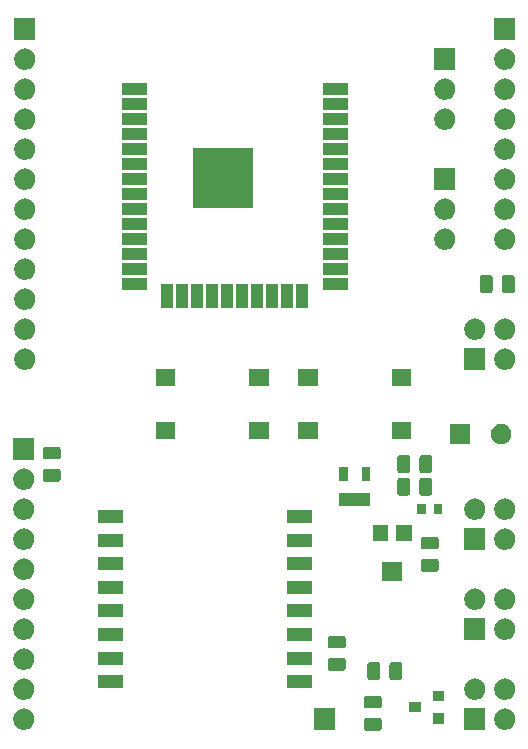
<source format=gbr>
G04 #@! TF.GenerationSoftware,KiCad,Pcbnew,5.1.5*
G04 #@! TF.CreationDate,2020-02-16T17:08:25+01:00*
G04 #@! TF.ProjectId,feuchtraumabzweigdose,66657563-6874-4726-9175-6d61627a7765,rev?*
G04 #@! TF.SameCoordinates,Original*
G04 #@! TF.FileFunction,Soldermask,Top*
G04 #@! TF.FilePolarity,Negative*
%FSLAX46Y46*%
G04 Gerber Fmt 4.6, Leading zero omitted, Abs format (unit mm)*
G04 Created by KiCad (PCBNEW 5.1.5) date 2020-02-16 17:08:25*
%MOMM*%
%LPD*%
G04 APERTURE LIST*
%ADD10C,0.100000*%
G04 APERTURE END LIST*
D10*
G36*
X162128468Y-111655565D02*
G01*
X162167138Y-111667296D01*
X162202777Y-111686346D01*
X162234017Y-111711983D01*
X162259654Y-111743223D01*
X162278704Y-111778862D01*
X162290435Y-111817532D01*
X162295000Y-111863888D01*
X162295000Y-112515112D01*
X162290435Y-112561468D01*
X162278704Y-112600138D01*
X162259654Y-112635777D01*
X162234017Y-112667017D01*
X162202777Y-112692654D01*
X162167138Y-112711704D01*
X162128468Y-112723435D01*
X162082112Y-112728000D01*
X161005888Y-112728000D01*
X160959532Y-112723435D01*
X160920862Y-112711704D01*
X160885223Y-112692654D01*
X160853983Y-112667017D01*
X160828346Y-112635777D01*
X160809296Y-112600138D01*
X160797565Y-112561468D01*
X160793000Y-112515112D01*
X160793000Y-111863888D01*
X160797565Y-111817532D01*
X160809296Y-111778862D01*
X160828346Y-111743223D01*
X160853983Y-111711983D01*
X160885223Y-111686346D01*
X160920862Y-111667296D01*
X160959532Y-111655565D01*
X161005888Y-111651000D01*
X162082112Y-111651000D01*
X162128468Y-111655565D01*
G37*
G36*
X172833512Y-110863927D02*
G01*
X172982812Y-110893624D01*
X173146784Y-110961544D01*
X173294354Y-111060147D01*
X173419853Y-111185646D01*
X173518456Y-111333216D01*
X173586376Y-111497188D01*
X173616073Y-111646488D01*
X173618000Y-111656174D01*
X173621000Y-111671259D01*
X173621000Y-111848741D01*
X173586376Y-112022812D01*
X173518456Y-112186784D01*
X173419853Y-112334354D01*
X173294354Y-112459853D01*
X173146784Y-112558456D01*
X172982812Y-112626376D01*
X172833512Y-112656073D01*
X172808742Y-112661000D01*
X172631258Y-112661000D01*
X172606488Y-112656073D01*
X172457188Y-112626376D01*
X172293216Y-112558456D01*
X172145646Y-112459853D01*
X172020147Y-112334354D01*
X171921544Y-112186784D01*
X171853624Y-112022812D01*
X171819000Y-111848741D01*
X171819000Y-111671259D01*
X171822001Y-111656174D01*
X171823927Y-111646488D01*
X171853624Y-111497188D01*
X171921544Y-111333216D01*
X172020147Y-111185646D01*
X172145646Y-111060147D01*
X172293216Y-110961544D01*
X172457188Y-110893624D01*
X172606488Y-110863927D01*
X172631258Y-110859000D01*
X172808742Y-110859000D01*
X172833512Y-110863927D01*
G37*
G36*
X132113512Y-110863927D02*
G01*
X132262812Y-110893624D01*
X132426784Y-110961544D01*
X132574354Y-111060147D01*
X132699853Y-111185646D01*
X132798456Y-111333216D01*
X132866376Y-111497188D01*
X132896073Y-111646488D01*
X132898000Y-111656174D01*
X132901000Y-111671259D01*
X132901000Y-111848741D01*
X132866376Y-112022812D01*
X132798456Y-112186784D01*
X132699853Y-112334354D01*
X132574354Y-112459853D01*
X132426784Y-112558456D01*
X132262812Y-112626376D01*
X132113512Y-112656073D01*
X132088742Y-112661000D01*
X131911258Y-112661000D01*
X131886488Y-112656073D01*
X131737188Y-112626376D01*
X131573216Y-112558456D01*
X131425646Y-112459853D01*
X131300147Y-112334354D01*
X131201544Y-112186784D01*
X131133624Y-112022812D01*
X131099000Y-111848741D01*
X131099000Y-111671259D01*
X131102001Y-111656174D01*
X131103927Y-111646488D01*
X131133624Y-111497188D01*
X131201544Y-111333216D01*
X131300147Y-111185646D01*
X131425646Y-111060147D01*
X131573216Y-110961544D01*
X131737188Y-110893624D01*
X131886488Y-110863927D01*
X131911258Y-110859000D01*
X132088742Y-110859000D01*
X132113512Y-110863927D01*
G37*
G36*
X158381000Y-112661000D02*
G01*
X156579000Y-112661000D01*
X156579000Y-110859000D01*
X158381000Y-110859000D01*
X158381000Y-112661000D01*
G37*
G36*
X171081000Y-112661000D02*
G01*
X169279000Y-112661000D01*
X169279000Y-110859000D01*
X171081000Y-110859000D01*
X171081000Y-112661000D01*
G37*
G36*
X167617000Y-112145000D02*
G01*
X166615000Y-112145000D01*
X166615000Y-111243000D01*
X167617000Y-111243000D01*
X167617000Y-112145000D01*
G37*
G36*
X165617000Y-111195000D02*
G01*
X164615000Y-111195000D01*
X164615000Y-110293000D01*
X165617000Y-110293000D01*
X165617000Y-111195000D01*
G37*
G36*
X162128468Y-109780565D02*
G01*
X162167138Y-109792296D01*
X162202777Y-109811346D01*
X162234017Y-109836983D01*
X162259654Y-109868223D01*
X162278704Y-109903862D01*
X162290435Y-109942532D01*
X162295000Y-109988888D01*
X162295000Y-110640112D01*
X162290435Y-110686468D01*
X162278704Y-110725138D01*
X162259654Y-110760777D01*
X162234017Y-110792017D01*
X162202777Y-110817654D01*
X162167138Y-110836704D01*
X162128468Y-110848435D01*
X162082112Y-110853000D01*
X161005888Y-110853000D01*
X160959532Y-110848435D01*
X160920862Y-110836704D01*
X160885223Y-110817654D01*
X160853983Y-110792017D01*
X160828346Y-110760777D01*
X160809296Y-110725138D01*
X160797565Y-110686468D01*
X160793000Y-110640112D01*
X160793000Y-109988888D01*
X160797565Y-109942532D01*
X160809296Y-109903862D01*
X160828346Y-109868223D01*
X160853983Y-109836983D01*
X160885223Y-109811346D01*
X160920862Y-109792296D01*
X160959532Y-109780565D01*
X161005888Y-109776000D01*
X162082112Y-109776000D01*
X162128468Y-109780565D01*
G37*
G36*
X167617000Y-110245000D02*
G01*
X166615000Y-110245000D01*
X166615000Y-109343000D01*
X167617000Y-109343000D01*
X167617000Y-110245000D01*
G37*
G36*
X172833512Y-108323927D02*
G01*
X172982812Y-108353624D01*
X173146784Y-108421544D01*
X173294354Y-108520147D01*
X173419853Y-108645646D01*
X173518456Y-108793216D01*
X173586376Y-108957188D01*
X173621000Y-109131259D01*
X173621000Y-109308741D01*
X173586376Y-109482812D01*
X173518456Y-109646784D01*
X173419853Y-109794354D01*
X173294354Y-109919853D01*
X173146784Y-110018456D01*
X172982812Y-110086376D01*
X172833512Y-110116073D01*
X172808742Y-110121000D01*
X172631258Y-110121000D01*
X172606488Y-110116073D01*
X172457188Y-110086376D01*
X172293216Y-110018456D01*
X172145646Y-109919853D01*
X172020147Y-109794354D01*
X171921544Y-109646784D01*
X171853624Y-109482812D01*
X171819000Y-109308741D01*
X171819000Y-109131259D01*
X171853624Y-108957188D01*
X171921544Y-108793216D01*
X172020147Y-108645646D01*
X172145646Y-108520147D01*
X172293216Y-108421544D01*
X172457188Y-108353624D01*
X172606488Y-108323927D01*
X172631258Y-108319000D01*
X172808742Y-108319000D01*
X172833512Y-108323927D01*
G37*
G36*
X170293512Y-108323927D02*
G01*
X170442812Y-108353624D01*
X170606784Y-108421544D01*
X170754354Y-108520147D01*
X170879853Y-108645646D01*
X170978456Y-108793216D01*
X171046376Y-108957188D01*
X171081000Y-109131259D01*
X171081000Y-109308741D01*
X171046376Y-109482812D01*
X170978456Y-109646784D01*
X170879853Y-109794354D01*
X170754354Y-109919853D01*
X170606784Y-110018456D01*
X170442812Y-110086376D01*
X170293512Y-110116073D01*
X170268742Y-110121000D01*
X170091258Y-110121000D01*
X170066488Y-110116073D01*
X169917188Y-110086376D01*
X169753216Y-110018456D01*
X169605646Y-109919853D01*
X169480147Y-109794354D01*
X169381544Y-109646784D01*
X169313624Y-109482812D01*
X169279000Y-109308741D01*
X169279000Y-109131259D01*
X169313624Y-108957188D01*
X169381544Y-108793216D01*
X169480147Y-108645646D01*
X169605646Y-108520147D01*
X169753216Y-108421544D01*
X169917188Y-108353624D01*
X170066488Y-108323927D01*
X170091258Y-108319000D01*
X170268742Y-108319000D01*
X170293512Y-108323927D01*
G37*
G36*
X132113512Y-108323927D02*
G01*
X132262812Y-108353624D01*
X132426784Y-108421544D01*
X132574354Y-108520147D01*
X132699853Y-108645646D01*
X132798456Y-108793216D01*
X132866376Y-108957188D01*
X132901000Y-109131259D01*
X132901000Y-109308741D01*
X132866376Y-109482812D01*
X132798456Y-109646784D01*
X132699853Y-109794354D01*
X132574354Y-109919853D01*
X132426784Y-110018456D01*
X132262812Y-110086376D01*
X132113512Y-110116073D01*
X132088742Y-110121000D01*
X131911258Y-110121000D01*
X131886488Y-110116073D01*
X131737188Y-110086376D01*
X131573216Y-110018456D01*
X131425646Y-109919853D01*
X131300147Y-109794354D01*
X131201544Y-109646784D01*
X131133624Y-109482812D01*
X131099000Y-109308741D01*
X131099000Y-109131259D01*
X131133624Y-108957188D01*
X131201544Y-108793216D01*
X131300147Y-108645646D01*
X131425646Y-108520147D01*
X131573216Y-108421544D01*
X131737188Y-108353624D01*
X131886488Y-108323927D01*
X131911258Y-108319000D01*
X132088742Y-108319000D01*
X132113512Y-108323927D01*
G37*
G36*
X140371000Y-109151000D02*
G01*
X138269000Y-109151000D01*
X138269000Y-108049000D01*
X140371000Y-108049000D01*
X140371000Y-109151000D01*
G37*
G36*
X156371000Y-109151000D02*
G01*
X154269000Y-109151000D01*
X154269000Y-108049000D01*
X156371000Y-108049000D01*
X156371000Y-109151000D01*
G37*
G36*
X163869468Y-106949565D02*
G01*
X163908138Y-106961296D01*
X163943777Y-106980346D01*
X163975017Y-107005983D01*
X164000654Y-107037223D01*
X164019704Y-107072862D01*
X164031435Y-107111532D01*
X164036000Y-107157888D01*
X164036000Y-108234112D01*
X164031435Y-108280468D01*
X164019704Y-108319138D01*
X164000654Y-108354777D01*
X163975017Y-108386017D01*
X163943777Y-108411654D01*
X163908138Y-108430704D01*
X163869468Y-108442435D01*
X163823112Y-108447000D01*
X163171888Y-108447000D01*
X163125532Y-108442435D01*
X163086862Y-108430704D01*
X163051223Y-108411654D01*
X163019983Y-108386017D01*
X162994346Y-108354777D01*
X162975296Y-108319138D01*
X162963565Y-108280468D01*
X162959000Y-108234112D01*
X162959000Y-107157888D01*
X162963565Y-107111532D01*
X162975296Y-107072862D01*
X162994346Y-107037223D01*
X163019983Y-107005983D01*
X163051223Y-106980346D01*
X163086862Y-106961296D01*
X163125532Y-106949565D01*
X163171888Y-106945000D01*
X163823112Y-106945000D01*
X163869468Y-106949565D01*
G37*
G36*
X161994468Y-106949565D02*
G01*
X162033138Y-106961296D01*
X162068777Y-106980346D01*
X162100017Y-107005983D01*
X162125654Y-107037223D01*
X162144704Y-107072862D01*
X162156435Y-107111532D01*
X162161000Y-107157888D01*
X162161000Y-108234112D01*
X162156435Y-108280468D01*
X162144704Y-108319138D01*
X162125654Y-108354777D01*
X162100017Y-108386017D01*
X162068777Y-108411654D01*
X162033138Y-108430704D01*
X161994468Y-108442435D01*
X161948112Y-108447000D01*
X161296888Y-108447000D01*
X161250532Y-108442435D01*
X161211862Y-108430704D01*
X161176223Y-108411654D01*
X161144983Y-108386017D01*
X161119346Y-108354777D01*
X161100296Y-108319138D01*
X161088565Y-108280468D01*
X161084000Y-108234112D01*
X161084000Y-107157888D01*
X161088565Y-107111532D01*
X161100296Y-107072862D01*
X161119346Y-107037223D01*
X161144983Y-107005983D01*
X161176223Y-106980346D01*
X161211862Y-106961296D01*
X161250532Y-106949565D01*
X161296888Y-106945000D01*
X161948112Y-106945000D01*
X161994468Y-106949565D01*
G37*
G36*
X159080468Y-106575565D02*
G01*
X159119138Y-106587296D01*
X159154777Y-106606346D01*
X159186017Y-106631983D01*
X159211654Y-106663223D01*
X159230704Y-106698862D01*
X159242435Y-106737532D01*
X159247000Y-106783888D01*
X159247000Y-107435112D01*
X159242435Y-107481468D01*
X159230704Y-107520138D01*
X159211654Y-107555777D01*
X159186017Y-107587017D01*
X159154777Y-107612654D01*
X159119138Y-107631704D01*
X159080468Y-107643435D01*
X159034112Y-107648000D01*
X157957888Y-107648000D01*
X157911532Y-107643435D01*
X157872862Y-107631704D01*
X157837223Y-107612654D01*
X157805983Y-107587017D01*
X157780346Y-107555777D01*
X157761296Y-107520138D01*
X157749565Y-107481468D01*
X157745000Y-107435112D01*
X157745000Y-106783888D01*
X157749565Y-106737532D01*
X157761296Y-106698862D01*
X157780346Y-106663223D01*
X157805983Y-106631983D01*
X157837223Y-106606346D01*
X157872862Y-106587296D01*
X157911532Y-106575565D01*
X157957888Y-106571000D01*
X159034112Y-106571000D01*
X159080468Y-106575565D01*
G37*
G36*
X132113512Y-105783927D02*
G01*
X132262812Y-105813624D01*
X132426784Y-105881544D01*
X132574354Y-105980147D01*
X132699853Y-106105646D01*
X132798456Y-106253216D01*
X132866376Y-106417188D01*
X132896073Y-106566488D01*
X132898000Y-106576174D01*
X132901000Y-106591259D01*
X132901000Y-106768741D01*
X132866376Y-106942812D01*
X132798456Y-107106784D01*
X132699853Y-107254354D01*
X132574354Y-107379853D01*
X132426784Y-107478456D01*
X132262812Y-107546376D01*
X132113512Y-107576073D01*
X132088742Y-107581000D01*
X131911258Y-107581000D01*
X131886488Y-107576073D01*
X131737188Y-107546376D01*
X131573216Y-107478456D01*
X131425646Y-107379853D01*
X131300147Y-107254354D01*
X131201544Y-107106784D01*
X131133624Y-106942812D01*
X131099000Y-106768741D01*
X131099000Y-106591259D01*
X131102001Y-106576174D01*
X131103927Y-106566488D01*
X131133624Y-106417188D01*
X131201544Y-106253216D01*
X131300147Y-106105646D01*
X131425646Y-105980147D01*
X131573216Y-105881544D01*
X131737188Y-105813624D01*
X131886488Y-105783927D01*
X131911258Y-105779000D01*
X132088742Y-105779000D01*
X132113512Y-105783927D01*
G37*
G36*
X156371000Y-107151000D02*
G01*
X154269000Y-107151000D01*
X154269000Y-106049000D01*
X156371000Y-106049000D01*
X156371000Y-107151000D01*
G37*
G36*
X140371000Y-107151000D02*
G01*
X138269000Y-107151000D01*
X138269000Y-106049000D01*
X140371000Y-106049000D01*
X140371000Y-107151000D01*
G37*
G36*
X159080468Y-104700565D02*
G01*
X159119138Y-104712296D01*
X159154777Y-104731346D01*
X159186017Y-104756983D01*
X159211654Y-104788223D01*
X159230704Y-104823862D01*
X159242435Y-104862532D01*
X159247000Y-104908888D01*
X159247000Y-105560112D01*
X159242435Y-105606468D01*
X159230704Y-105645138D01*
X159211654Y-105680777D01*
X159186017Y-105712017D01*
X159154777Y-105737654D01*
X159119138Y-105756704D01*
X159080468Y-105768435D01*
X159034112Y-105773000D01*
X157957888Y-105773000D01*
X157911532Y-105768435D01*
X157872862Y-105756704D01*
X157837223Y-105737654D01*
X157805983Y-105712017D01*
X157780346Y-105680777D01*
X157761296Y-105645138D01*
X157749565Y-105606468D01*
X157745000Y-105560112D01*
X157745000Y-104908888D01*
X157749565Y-104862532D01*
X157761296Y-104823862D01*
X157780346Y-104788223D01*
X157805983Y-104756983D01*
X157837223Y-104731346D01*
X157872862Y-104712296D01*
X157911532Y-104700565D01*
X157957888Y-104696000D01*
X159034112Y-104696000D01*
X159080468Y-104700565D01*
G37*
G36*
X156371000Y-105151000D02*
G01*
X154269000Y-105151000D01*
X154269000Y-104049000D01*
X156371000Y-104049000D01*
X156371000Y-105151000D01*
G37*
G36*
X140371000Y-105151000D02*
G01*
X138269000Y-105151000D01*
X138269000Y-104049000D01*
X140371000Y-104049000D01*
X140371000Y-105151000D01*
G37*
G36*
X171081000Y-105041000D02*
G01*
X169279000Y-105041000D01*
X169279000Y-103239000D01*
X171081000Y-103239000D01*
X171081000Y-105041000D01*
G37*
G36*
X132113512Y-103243927D02*
G01*
X132262812Y-103273624D01*
X132426784Y-103341544D01*
X132574354Y-103440147D01*
X132699853Y-103565646D01*
X132798456Y-103713216D01*
X132866376Y-103877188D01*
X132901000Y-104051259D01*
X132901000Y-104228741D01*
X132866376Y-104402812D01*
X132798456Y-104566784D01*
X132699853Y-104714354D01*
X132574354Y-104839853D01*
X132426784Y-104938456D01*
X132262812Y-105006376D01*
X132113512Y-105036073D01*
X132088742Y-105041000D01*
X131911258Y-105041000D01*
X131886488Y-105036073D01*
X131737188Y-105006376D01*
X131573216Y-104938456D01*
X131425646Y-104839853D01*
X131300147Y-104714354D01*
X131201544Y-104566784D01*
X131133624Y-104402812D01*
X131099000Y-104228741D01*
X131099000Y-104051259D01*
X131133624Y-103877188D01*
X131201544Y-103713216D01*
X131300147Y-103565646D01*
X131425646Y-103440147D01*
X131573216Y-103341544D01*
X131737188Y-103273624D01*
X131886488Y-103243927D01*
X131911258Y-103239000D01*
X132088742Y-103239000D01*
X132113512Y-103243927D01*
G37*
G36*
X172833512Y-103243927D02*
G01*
X172982812Y-103273624D01*
X173146784Y-103341544D01*
X173294354Y-103440147D01*
X173419853Y-103565646D01*
X173518456Y-103713216D01*
X173586376Y-103877188D01*
X173621000Y-104051259D01*
X173621000Y-104228741D01*
X173586376Y-104402812D01*
X173518456Y-104566784D01*
X173419853Y-104714354D01*
X173294354Y-104839853D01*
X173146784Y-104938456D01*
X172982812Y-105006376D01*
X172833512Y-105036073D01*
X172808742Y-105041000D01*
X172631258Y-105041000D01*
X172606488Y-105036073D01*
X172457188Y-105006376D01*
X172293216Y-104938456D01*
X172145646Y-104839853D01*
X172020147Y-104714354D01*
X171921544Y-104566784D01*
X171853624Y-104402812D01*
X171819000Y-104228741D01*
X171819000Y-104051259D01*
X171853624Y-103877188D01*
X171921544Y-103713216D01*
X172020147Y-103565646D01*
X172145646Y-103440147D01*
X172293216Y-103341544D01*
X172457188Y-103273624D01*
X172606488Y-103243927D01*
X172631258Y-103239000D01*
X172808742Y-103239000D01*
X172833512Y-103243927D01*
G37*
G36*
X140371000Y-103151000D02*
G01*
X138269000Y-103151000D01*
X138269000Y-102049000D01*
X140371000Y-102049000D01*
X140371000Y-103151000D01*
G37*
G36*
X156371000Y-103151000D02*
G01*
X154269000Y-103151000D01*
X154269000Y-102049000D01*
X156371000Y-102049000D01*
X156371000Y-103151000D01*
G37*
G36*
X172833512Y-100703927D02*
G01*
X172982812Y-100733624D01*
X173146784Y-100801544D01*
X173294354Y-100900147D01*
X173419853Y-101025646D01*
X173518456Y-101173216D01*
X173586376Y-101337188D01*
X173621000Y-101511259D01*
X173621000Y-101688741D01*
X173586376Y-101862812D01*
X173518456Y-102026784D01*
X173419853Y-102174354D01*
X173294354Y-102299853D01*
X173146784Y-102398456D01*
X172982812Y-102466376D01*
X172833512Y-102496073D01*
X172808742Y-102501000D01*
X172631258Y-102501000D01*
X172606488Y-102496073D01*
X172457188Y-102466376D01*
X172293216Y-102398456D01*
X172145646Y-102299853D01*
X172020147Y-102174354D01*
X171921544Y-102026784D01*
X171853624Y-101862812D01*
X171819000Y-101688741D01*
X171819000Y-101511259D01*
X171853624Y-101337188D01*
X171921544Y-101173216D01*
X172020147Y-101025646D01*
X172145646Y-100900147D01*
X172293216Y-100801544D01*
X172457188Y-100733624D01*
X172606488Y-100703927D01*
X172631258Y-100699000D01*
X172808742Y-100699000D01*
X172833512Y-100703927D01*
G37*
G36*
X170293512Y-100703927D02*
G01*
X170442812Y-100733624D01*
X170606784Y-100801544D01*
X170754354Y-100900147D01*
X170879853Y-101025646D01*
X170978456Y-101173216D01*
X171046376Y-101337188D01*
X171081000Y-101511259D01*
X171081000Y-101688741D01*
X171046376Y-101862812D01*
X170978456Y-102026784D01*
X170879853Y-102174354D01*
X170754354Y-102299853D01*
X170606784Y-102398456D01*
X170442812Y-102466376D01*
X170293512Y-102496073D01*
X170268742Y-102501000D01*
X170091258Y-102501000D01*
X170066488Y-102496073D01*
X169917188Y-102466376D01*
X169753216Y-102398456D01*
X169605646Y-102299853D01*
X169480147Y-102174354D01*
X169381544Y-102026784D01*
X169313624Y-101862812D01*
X169279000Y-101688741D01*
X169279000Y-101511259D01*
X169313624Y-101337188D01*
X169381544Y-101173216D01*
X169480147Y-101025646D01*
X169605646Y-100900147D01*
X169753216Y-100801544D01*
X169917188Y-100733624D01*
X170066488Y-100703927D01*
X170091258Y-100699000D01*
X170268742Y-100699000D01*
X170293512Y-100703927D01*
G37*
G36*
X132113512Y-100703927D02*
G01*
X132262812Y-100733624D01*
X132426784Y-100801544D01*
X132574354Y-100900147D01*
X132699853Y-101025646D01*
X132798456Y-101173216D01*
X132866376Y-101337188D01*
X132901000Y-101511259D01*
X132901000Y-101688741D01*
X132866376Y-101862812D01*
X132798456Y-102026784D01*
X132699853Y-102174354D01*
X132574354Y-102299853D01*
X132426784Y-102398456D01*
X132262812Y-102466376D01*
X132113512Y-102496073D01*
X132088742Y-102501000D01*
X131911258Y-102501000D01*
X131886488Y-102496073D01*
X131737188Y-102466376D01*
X131573216Y-102398456D01*
X131425646Y-102299853D01*
X131300147Y-102174354D01*
X131201544Y-102026784D01*
X131133624Y-101862812D01*
X131099000Y-101688741D01*
X131099000Y-101511259D01*
X131133624Y-101337188D01*
X131201544Y-101173216D01*
X131300147Y-101025646D01*
X131425646Y-100900147D01*
X131573216Y-100801544D01*
X131737188Y-100733624D01*
X131886488Y-100703927D01*
X131911258Y-100699000D01*
X132088742Y-100699000D01*
X132113512Y-100703927D01*
G37*
G36*
X140371000Y-101151000D02*
G01*
X138269000Y-101151000D01*
X138269000Y-100049000D01*
X140371000Y-100049000D01*
X140371000Y-101151000D01*
G37*
G36*
X156371000Y-101151000D02*
G01*
X154269000Y-101151000D01*
X154269000Y-100049000D01*
X156371000Y-100049000D01*
X156371000Y-101151000D01*
G37*
G36*
X164046000Y-100041000D02*
G01*
X162344000Y-100041000D01*
X162344000Y-98439000D01*
X164046000Y-98439000D01*
X164046000Y-100041000D01*
G37*
G36*
X132113512Y-98163927D02*
G01*
X132262812Y-98193624D01*
X132426784Y-98261544D01*
X132574354Y-98360147D01*
X132699853Y-98485646D01*
X132798456Y-98633216D01*
X132866376Y-98797188D01*
X132901000Y-98971259D01*
X132901000Y-99148741D01*
X132866376Y-99322812D01*
X132798456Y-99486784D01*
X132699853Y-99634354D01*
X132574354Y-99759853D01*
X132426784Y-99858456D01*
X132262812Y-99926376D01*
X132113512Y-99956073D01*
X132088742Y-99961000D01*
X131911258Y-99961000D01*
X131886488Y-99956073D01*
X131737188Y-99926376D01*
X131573216Y-99858456D01*
X131425646Y-99759853D01*
X131300147Y-99634354D01*
X131201544Y-99486784D01*
X131133624Y-99322812D01*
X131099000Y-99148741D01*
X131099000Y-98971259D01*
X131133624Y-98797188D01*
X131201544Y-98633216D01*
X131300147Y-98485646D01*
X131425646Y-98360147D01*
X131573216Y-98261544D01*
X131737188Y-98193624D01*
X131886488Y-98163927D01*
X131911258Y-98159000D01*
X132088742Y-98159000D01*
X132113512Y-98163927D01*
G37*
G36*
X166954468Y-98193565D02*
G01*
X166993138Y-98205296D01*
X167028777Y-98224346D01*
X167060017Y-98249983D01*
X167085654Y-98281223D01*
X167104704Y-98316862D01*
X167116435Y-98355532D01*
X167121000Y-98401888D01*
X167121000Y-99053112D01*
X167116435Y-99099468D01*
X167104704Y-99138138D01*
X167085654Y-99173777D01*
X167060017Y-99205017D01*
X167028777Y-99230654D01*
X166993138Y-99249704D01*
X166954468Y-99261435D01*
X166908112Y-99266000D01*
X165831888Y-99266000D01*
X165785532Y-99261435D01*
X165746862Y-99249704D01*
X165711223Y-99230654D01*
X165679983Y-99205017D01*
X165654346Y-99173777D01*
X165635296Y-99138138D01*
X165623565Y-99099468D01*
X165619000Y-99053112D01*
X165619000Y-98401888D01*
X165623565Y-98355532D01*
X165635296Y-98316862D01*
X165654346Y-98281223D01*
X165679983Y-98249983D01*
X165711223Y-98224346D01*
X165746862Y-98205296D01*
X165785532Y-98193565D01*
X165831888Y-98189000D01*
X166908112Y-98189000D01*
X166954468Y-98193565D01*
G37*
G36*
X140371000Y-99151000D02*
G01*
X138269000Y-99151000D01*
X138269000Y-98049000D01*
X140371000Y-98049000D01*
X140371000Y-99151000D01*
G37*
G36*
X156371000Y-99151000D02*
G01*
X154269000Y-99151000D01*
X154269000Y-98049000D01*
X156371000Y-98049000D01*
X156371000Y-99151000D01*
G37*
G36*
X172833512Y-95623927D02*
G01*
X172982812Y-95653624D01*
X173146784Y-95721544D01*
X173294354Y-95820147D01*
X173419853Y-95945646D01*
X173518456Y-96093216D01*
X173586376Y-96257188D01*
X173621000Y-96431259D01*
X173621000Y-96608741D01*
X173586376Y-96782812D01*
X173518456Y-96946784D01*
X173419853Y-97094354D01*
X173294354Y-97219853D01*
X173146784Y-97318456D01*
X172982812Y-97386376D01*
X172833512Y-97416073D01*
X172808742Y-97421000D01*
X172631258Y-97421000D01*
X172606488Y-97416073D01*
X172457188Y-97386376D01*
X172293216Y-97318456D01*
X172145646Y-97219853D01*
X172020147Y-97094354D01*
X171921544Y-96946784D01*
X171853624Y-96782812D01*
X171819000Y-96608741D01*
X171819000Y-96431259D01*
X171853624Y-96257188D01*
X171921544Y-96093216D01*
X172020147Y-95945646D01*
X172145646Y-95820147D01*
X172293216Y-95721544D01*
X172457188Y-95653624D01*
X172606488Y-95623927D01*
X172631258Y-95619000D01*
X172808742Y-95619000D01*
X172833512Y-95623927D01*
G37*
G36*
X171081000Y-97421000D02*
G01*
X169279000Y-97421000D01*
X169279000Y-95619000D01*
X171081000Y-95619000D01*
X171081000Y-97421000D01*
G37*
G36*
X132113512Y-95623927D02*
G01*
X132262812Y-95653624D01*
X132426784Y-95721544D01*
X132574354Y-95820147D01*
X132699853Y-95945646D01*
X132798456Y-96093216D01*
X132866376Y-96257188D01*
X132901000Y-96431259D01*
X132901000Y-96608741D01*
X132866376Y-96782812D01*
X132798456Y-96946784D01*
X132699853Y-97094354D01*
X132574354Y-97219853D01*
X132426784Y-97318456D01*
X132262812Y-97386376D01*
X132113512Y-97416073D01*
X132088742Y-97421000D01*
X131911258Y-97421000D01*
X131886488Y-97416073D01*
X131737188Y-97386376D01*
X131573216Y-97318456D01*
X131425646Y-97219853D01*
X131300147Y-97094354D01*
X131201544Y-96946784D01*
X131133624Y-96782812D01*
X131099000Y-96608741D01*
X131099000Y-96431259D01*
X131133624Y-96257188D01*
X131201544Y-96093216D01*
X131300147Y-95945646D01*
X131425646Y-95820147D01*
X131573216Y-95721544D01*
X131737188Y-95653624D01*
X131886488Y-95623927D01*
X131911258Y-95619000D01*
X132088742Y-95619000D01*
X132113512Y-95623927D01*
G37*
G36*
X166954468Y-96318565D02*
G01*
X166993138Y-96330296D01*
X167028777Y-96349346D01*
X167060017Y-96374983D01*
X167085654Y-96406223D01*
X167104704Y-96441862D01*
X167116435Y-96480532D01*
X167121000Y-96526888D01*
X167121000Y-97178112D01*
X167116435Y-97224468D01*
X167104704Y-97263138D01*
X167085654Y-97298777D01*
X167060017Y-97330017D01*
X167028777Y-97355654D01*
X166993138Y-97374704D01*
X166954468Y-97386435D01*
X166908112Y-97391000D01*
X165831888Y-97391000D01*
X165785532Y-97386435D01*
X165746862Y-97374704D01*
X165711223Y-97355654D01*
X165679983Y-97330017D01*
X165654346Y-97298777D01*
X165635296Y-97263138D01*
X165623565Y-97224468D01*
X165619000Y-97178112D01*
X165619000Y-96526888D01*
X165623565Y-96480532D01*
X165635296Y-96441862D01*
X165654346Y-96406223D01*
X165679983Y-96374983D01*
X165711223Y-96349346D01*
X165746862Y-96330296D01*
X165785532Y-96318565D01*
X165831888Y-96314000D01*
X166908112Y-96314000D01*
X166954468Y-96318565D01*
G37*
G36*
X156371000Y-97151000D02*
G01*
X154269000Y-97151000D01*
X154269000Y-96049000D01*
X156371000Y-96049000D01*
X156371000Y-97151000D01*
G37*
G36*
X140371000Y-97151000D02*
G01*
X138269000Y-97151000D01*
X138269000Y-96049000D01*
X140371000Y-96049000D01*
X140371000Y-97151000D01*
G37*
G36*
X164846000Y-96641000D02*
G01*
X163544000Y-96641000D01*
X163544000Y-95339000D01*
X164846000Y-95339000D01*
X164846000Y-96641000D01*
G37*
G36*
X162846000Y-96641000D02*
G01*
X161544000Y-96641000D01*
X161544000Y-95339000D01*
X162846000Y-95339000D01*
X162846000Y-96641000D01*
G37*
G36*
X156371000Y-95151000D02*
G01*
X154269000Y-95151000D01*
X154269000Y-94049000D01*
X156371000Y-94049000D01*
X156371000Y-95151000D01*
G37*
G36*
X140371000Y-95151000D02*
G01*
X138269000Y-95151000D01*
X138269000Y-94049000D01*
X140371000Y-94049000D01*
X140371000Y-95151000D01*
G37*
G36*
X132113512Y-93083927D02*
G01*
X132262812Y-93113624D01*
X132426784Y-93181544D01*
X132574354Y-93280147D01*
X132699853Y-93405646D01*
X132798456Y-93553216D01*
X132866376Y-93717188D01*
X132901000Y-93891259D01*
X132901000Y-94068741D01*
X132866376Y-94242812D01*
X132798456Y-94406784D01*
X132699853Y-94554354D01*
X132574354Y-94679853D01*
X132426784Y-94778456D01*
X132262812Y-94846376D01*
X132113512Y-94876073D01*
X132088742Y-94881000D01*
X131911258Y-94881000D01*
X131886488Y-94876073D01*
X131737188Y-94846376D01*
X131573216Y-94778456D01*
X131425646Y-94679853D01*
X131300147Y-94554354D01*
X131201544Y-94406784D01*
X131133624Y-94242812D01*
X131099000Y-94068741D01*
X131099000Y-93891259D01*
X131133624Y-93717188D01*
X131201544Y-93553216D01*
X131300147Y-93405646D01*
X131425646Y-93280147D01*
X131573216Y-93181544D01*
X131737188Y-93113624D01*
X131886488Y-93083927D01*
X131911258Y-93079000D01*
X132088742Y-93079000D01*
X132113512Y-93083927D01*
G37*
G36*
X170293512Y-93083927D02*
G01*
X170442812Y-93113624D01*
X170606784Y-93181544D01*
X170754354Y-93280147D01*
X170879853Y-93405646D01*
X170978456Y-93553216D01*
X171046376Y-93717188D01*
X171081000Y-93891259D01*
X171081000Y-94068741D01*
X171046376Y-94242812D01*
X170978456Y-94406784D01*
X170879853Y-94554354D01*
X170754354Y-94679853D01*
X170606784Y-94778456D01*
X170442812Y-94846376D01*
X170293512Y-94876073D01*
X170268742Y-94881000D01*
X170091258Y-94881000D01*
X170066488Y-94876073D01*
X169917188Y-94846376D01*
X169753216Y-94778456D01*
X169605646Y-94679853D01*
X169480147Y-94554354D01*
X169381544Y-94406784D01*
X169313624Y-94242812D01*
X169279000Y-94068741D01*
X169279000Y-93891259D01*
X169313624Y-93717188D01*
X169381544Y-93553216D01*
X169480147Y-93405646D01*
X169605646Y-93280147D01*
X169753216Y-93181544D01*
X169917188Y-93113624D01*
X170066488Y-93083927D01*
X170091258Y-93079000D01*
X170268742Y-93079000D01*
X170293512Y-93083927D01*
G37*
G36*
X172833512Y-93083927D02*
G01*
X172982812Y-93113624D01*
X173146784Y-93181544D01*
X173294354Y-93280147D01*
X173419853Y-93405646D01*
X173518456Y-93553216D01*
X173586376Y-93717188D01*
X173621000Y-93891259D01*
X173621000Y-94068741D01*
X173586376Y-94242812D01*
X173518456Y-94406784D01*
X173419853Y-94554354D01*
X173294354Y-94679853D01*
X173146784Y-94778456D01*
X172982812Y-94846376D01*
X172833512Y-94876073D01*
X172808742Y-94881000D01*
X172631258Y-94881000D01*
X172606488Y-94876073D01*
X172457188Y-94846376D01*
X172293216Y-94778456D01*
X172145646Y-94679853D01*
X172020147Y-94554354D01*
X171921544Y-94406784D01*
X171853624Y-94242812D01*
X171819000Y-94068741D01*
X171819000Y-93891259D01*
X171853624Y-93717188D01*
X171921544Y-93553216D01*
X172020147Y-93405646D01*
X172145646Y-93280147D01*
X172293216Y-93181544D01*
X172457188Y-93113624D01*
X172606488Y-93083927D01*
X172631258Y-93079000D01*
X172808742Y-93079000D01*
X172833512Y-93083927D01*
G37*
G36*
X167421000Y-94381000D02*
G01*
X166719000Y-94381000D01*
X166719000Y-93579000D01*
X167421000Y-93579000D01*
X167421000Y-94381000D01*
G37*
G36*
X166021000Y-94381000D02*
G01*
X165319000Y-94381000D01*
X165319000Y-93579000D01*
X166021000Y-93579000D01*
X166021000Y-94381000D01*
G37*
G36*
X161346000Y-93756000D02*
G01*
X158694000Y-93756000D01*
X158694000Y-92594000D01*
X161346000Y-92594000D01*
X161346000Y-93756000D01*
G37*
G36*
X166409468Y-91328565D02*
G01*
X166448138Y-91340296D01*
X166483777Y-91359346D01*
X166515017Y-91384983D01*
X166540654Y-91416223D01*
X166559704Y-91451862D01*
X166571435Y-91490532D01*
X166576000Y-91536888D01*
X166576000Y-92613112D01*
X166571435Y-92659468D01*
X166559704Y-92698138D01*
X166540654Y-92733777D01*
X166515017Y-92765017D01*
X166483777Y-92790654D01*
X166448138Y-92809704D01*
X166409468Y-92821435D01*
X166363112Y-92826000D01*
X165711888Y-92826000D01*
X165665532Y-92821435D01*
X165626862Y-92809704D01*
X165591223Y-92790654D01*
X165559983Y-92765017D01*
X165534346Y-92733777D01*
X165515296Y-92698138D01*
X165503565Y-92659468D01*
X165499000Y-92613112D01*
X165499000Y-91536888D01*
X165503565Y-91490532D01*
X165515296Y-91451862D01*
X165534346Y-91416223D01*
X165559983Y-91384983D01*
X165591223Y-91359346D01*
X165626862Y-91340296D01*
X165665532Y-91328565D01*
X165711888Y-91324000D01*
X166363112Y-91324000D01*
X166409468Y-91328565D01*
G37*
G36*
X164534468Y-91328565D02*
G01*
X164573138Y-91340296D01*
X164608777Y-91359346D01*
X164640017Y-91384983D01*
X164665654Y-91416223D01*
X164684704Y-91451862D01*
X164696435Y-91490532D01*
X164701000Y-91536888D01*
X164701000Y-92613112D01*
X164696435Y-92659468D01*
X164684704Y-92698138D01*
X164665654Y-92733777D01*
X164640017Y-92765017D01*
X164608777Y-92790654D01*
X164573138Y-92809704D01*
X164534468Y-92821435D01*
X164488112Y-92826000D01*
X163836888Y-92826000D01*
X163790532Y-92821435D01*
X163751862Y-92809704D01*
X163716223Y-92790654D01*
X163684983Y-92765017D01*
X163659346Y-92733777D01*
X163640296Y-92698138D01*
X163628565Y-92659468D01*
X163624000Y-92613112D01*
X163624000Y-91536888D01*
X163628565Y-91490532D01*
X163640296Y-91451862D01*
X163659346Y-91416223D01*
X163684983Y-91384983D01*
X163716223Y-91359346D01*
X163751862Y-91340296D01*
X163790532Y-91328565D01*
X163836888Y-91324000D01*
X164488112Y-91324000D01*
X164534468Y-91328565D01*
G37*
G36*
X132113512Y-90543927D02*
G01*
X132262812Y-90573624D01*
X132426784Y-90641544D01*
X132574354Y-90740147D01*
X132699853Y-90865646D01*
X132798456Y-91013216D01*
X132866376Y-91177188D01*
X132901000Y-91351259D01*
X132901000Y-91528741D01*
X132866376Y-91702812D01*
X132798456Y-91866784D01*
X132699853Y-92014354D01*
X132574354Y-92139853D01*
X132426784Y-92238456D01*
X132262812Y-92306376D01*
X132113512Y-92336073D01*
X132088742Y-92341000D01*
X131911258Y-92341000D01*
X131886488Y-92336073D01*
X131737188Y-92306376D01*
X131573216Y-92238456D01*
X131425646Y-92139853D01*
X131300147Y-92014354D01*
X131201544Y-91866784D01*
X131133624Y-91702812D01*
X131099000Y-91528741D01*
X131099000Y-91351259D01*
X131133624Y-91177188D01*
X131201544Y-91013216D01*
X131300147Y-90865646D01*
X131425646Y-90740147D01*
X131573216Y-90641544D01*
X131737188Y-90573624D01*
X131886488Y-90543927D01*
X131911258Y-90539000D01*
X132088742Y-90539000D01*
X132113512Y-90543927D01*
G37*
G36*
X134950468Y-90573565D02*
G01*
X134989138Y-90585296D01*
X135024777Y-90604346D01*
X135056017Y-90629983D01*
X135081654Y-90661223D01*
X135100704Y-90696862D01*
X135112435Y-90735532D01*
X135117000Y-90781888D01*
X135117000Y-91433112D01*
X135112435Y-91479468D01*
X135100704Y-91518138D01*
X135081654Y-91553777D01*
X135056017Y-91585017D01*
X135024777Y-91610654D01*
X134989138Y-91629704D01*
X134950468Y-91641435D01*
X134904112Y-91646000D01*
X133827888Y-91646000D01*
X133781532Y-91641435D01*
X133742862Y-91629704D01*
X133707223Y-91610654D01*
X133675983Y-91585017D01*
X133650346Y-91553777D01*
X133631296Y-91518138D01*
X133619565Y-91479468D01*
X133615000Y-91433112D01*
X133615000Y-90781888D01*
X133619565Y-90735532D01*
X133631296Y-90696862D01*
X133650346Y-90661223D01*
X133675983Y-90629983D01*
X133707223Y-90604346D01*
X133742862Y-90585296D01*
X133781532Y-90573565D01*
X133827888Y-90569000D01*
X134904112Y-90569000D01*
X134950468Y-90573565D01*
G37*
G36*
X159446000Y-91556000D02*
G01*
X158694000Y-91556000D01*
X158694000Y-90394000D01*
X159446000Y-90394000D01*
X159446000Y-91556000D01*
G37*
G36*
X161346000Y-91556000D02*
G01*
X160594000Y-91556000D01*
X160594000Y-90394000D01*
X161346000Y-90394000D01*
X161346000Y-91556000D01*
G37*
G36*
X166409468Y-89423565D02*
G01*
X166448138Y-89435296D01*
X166483777Y-89454346D01*
X166515017Y-89479983D01*
X166540654Y-89511223D01*
X166559704Y-89546862D01*
X166571435Y-89585532D01*
X166576000Y-89631888D01*
X166576000Y-90708112D01*
X166571435Y-90754468D01*
X166559704Y-90793138D01*
X166540654Y-90828777D01*
X166515017Y-90860017D01*
X166483777Y-90885654D01*
X166448138Y-90904704D01*
X166409468Y-90916435D01*
X166363112Y-90921000D01*
X165711888Y-90921000D01*
X165665532Y-90916435D01*
X165626862Y-90904704D01*
X165591223Y-90885654D01*
X165559983Y-90860017D01*
X165534346Y-90828777D01*
X165515296Y-90793138D01*
X165503565Y-90754468D01*
X165499000Y-90708112D01*
X165499000Y-89631888D01*
X165503565Y-89585532D01*
X165515296Y-89546862D01*
X165534346Y-89511223D01*
X165559983Y-89479983D01*
X165591223Y-89454346D01*
X165626862Y-89435296D01*
X165665532Y-89423565D01*
X165711888Y-89419000D01*
X166363112Y-89419000D01*
X166409468Y-89423565D01*
G37*
G36*
X164534468Y-89423565D02*
G01*
X164573138Y-89435296D01*
X164608777Y-89454346D01*
X164640017Y-89479983D01*
X164665654Y-89511223D01*
X164684704Y-89546862D01*
X164696435Y-89585532D01*
X164701000Y-89631888D01*
X164701000Y-90708112D01*
X164696435Y-90754468D01*
X164684704Y-90793138D01*
X164665654Y-90828777D01*
X164640017Y-90860017D01*
X164608777Y-90885654D01*
X164573138Y-90904704D01*
X164534468Y-90916435D01*
X164488112Y-90921000D01*
X163836888Y-90921000D01*
X163790532Y-90916435D01*
X163751862Y-90904704D01*
X163716223Y-90885654D01*
X163684983Y-90860017D01*
X163659346Y-90828777D01*
X163640296Y-90793138D01*
X163628565Y-90754468D01*
X163624000Y-90708112D01*
X163624000Y-89631888D01*
X163628565Y-89585532D01*
X163640296Y-89546862D01*
X163659346Y-89511223D01*
X163684983Y-89479983D01*
X163716223Y-89454346D01*
X163751862Y-89435296D01*
X163790532Y-89423565D01*
X163836888Y-89419000D01*
X164488112Y-89419000D01*
X164534468Y-89423565D01*
G37*
G36*
X132901000Y-89801000D02*
G01*
X131099000Y-89801000D01*
X131099000Y-87999000D01*
X132901000Y-87999000D01*
X132901000Y-89801000D01*
G37*
G36*
X134950468Y-88698565D02*
G01*
X134989138Y-88710296D01*
X135024777Y-88729346D01*
X135056017Y-88754983D01*
X135081654Y-88786223D01*
X135100704Y-88821862D01*
X135112435Y-88860532D01*
X135117000Y-88906888D01*
X135117000Y-89558112D01*
X135112435Y-89604468D01*
X135100704Y-89643138D01*
X135081654Y-89678777D01*
X135056017Y-89710017D01*
X135024777Y-89735654D01*
X134989138Y-89754704D01*
X134950468Y-89766435D01*
X134904112Y-89771000D01*
X133827888Y-89771000D01*
X133781532Y-89766435D01*
X133742862Y-89754704D01*
X133707223Y-89735654D01*
X133675983Y-89710017D01*
X133650346Y-89678777D01*
X133631296Y-89643138D01*
X133619565Y-89604468D01*
X133615000Y-89558112D01*
X133615000Y-88906888D01*
X133619565Y-88860532D01*
X133631296Y-88821862D01*
X133650346Y-88786223D01*
X133675983Y-88754983D01*
X133707223Y-88729346D01*
X133742862Y-88710296D01*
X133781532Y-88698565D01*
X133827888Y-88694000D01*
X134904112Y-88694000D01*
X134950468Y-88698565D01*
G37*
G36*
X172658228Y-86811703D02*
G01*
X172813100Y-86875853D01*
X172952481Y-86968985D01*
X173071015Y-87087519D01*
X173164147Y-87226900D01*
X173228297Y-87381772D01*
X173261000Y-87546184D01*
X173261000Y-87713816D01*
X173228297Y-87878228D01*
X173164147Y-88033100D01*
X173071015Y-88172481D01*
X172952481Y-88291015D01*
X172813100Y-88384147D01*
X172658228Y-88448297D01*
X172493816Y-88481000D01*
X172326184Y-88481000D01*
X172161772Y-88448297D01*
X172006900Y-88384147D01*
X171867519Y-88291015D01*
X171748985Y-88172481D01*
X171655853Y-88033100D01*
X171591703Y-87878228D01*
X171559000Y-87713816D01*
X171559000Y-87546184D01*
X171591703Y-87381772D01*
X171655853Y-87226900D01*
X171748985Y-87087519D01*
X171867519Y-86968985D01*
X172006900Y-86875853D01*
X172161772Y-86811703D01*
X172326184Y-86779000D01*
X172493816Y-86779000D01*
X172658228Y-86811703D01*
G37*
G36*
X169761000Y-88481000D02*
G01*
X168059000Y-88481000D01*
X168059000Y-86779000D01*
X169761000Y-86779000D01*
X169761000Y-88481000D01*
G37*
G36*
X156871000Y-88041000D02*
G01*
X155219000Y-88041000D01*
X155219000Y-86639000D01*
X156871000Y-86639000D01*
X156871000Y-88041000D01*
G37*
G36*
X152756000Y-88041000D02*
G01*
X151104000Y-88041000D01*
X151104000Y-86639000D01*
X152756000Y-86639000D01*
X152756000Y-88041000D01*
G37*
G36*
X144806000Y-88041000D02*
G01*
X143154000Y-88041000D01*
X143154000Y-86639000D01*
X144806000Y-86639000D01*
X144806000Y-88041000D01*
G37*
G36*
X164821000Y-88041000D02*
G01*
X163169000Y-88041000D01*
X163169000Y-86639000D01*
X164821000Y-86639000D01*
X164821000Y-88041000D01*
G37*
G36*
X152756000Y-83541000D02*
G01*
X151104000Y-83541000D01*
X151104000Y-82139000D01*
X152756000Y-82139000D01*
X152756000Y-83541000D01*
G37*
G36*
X156871000Y-83541000D02*
G01*
X155219000Y-83541000D01*
X155219000Y-82139000D01*
X156871000Y-82139000D01*
X156871000Y-83541000D01*
G37*
G36*
X164821000Y-83541000D02*
G01*
X163169000Y-83541000D01*
X163169000Y-82139000D01*
X164821000Y-82139000D01*
X164821000Y-83541000D01*
G37*
G36*
X144806000Y-83541000D02*
G01*
X143154000Y-83541000D01*
X143154000Y-82139000D01*
X144806000Y-82139000D01*
X144806000Y-83541000D01*
G37*
G36*
X172833512Y-80383927D02*
G01*
X172982812Y-80413624D01*
X173146784Y-80481544D01*
X173294354Y-80580147D01*
X173419853Y-80705646D01*
X173518456Y-80853216D01*
X173586376Y-81017188D01*
X173621000Y-81191259D01*
X173621000Y-81368741D01*
X173586376Y-81542812D01*
X173518456Y-81706784D01*
X173419853Y-81854354D01*
X173294354Y-81979853D01*
X173146784Y-82078456D01*
X172982812Y-82146376D01*
X172833512Y-82176073D01*
X172808742Y-82181000D01*
X172631258Y-82181000D01*
X172606488Y-82176073D01*
X172457188Y-82146376D01*
X172293216Y-82078456D01*
X172145646Y-81979853D01*
X172020147Y-81854354D01*
X171921544Y-81706784D01*
X171853624Y-81542812D01*
X171819000Y-81368741D01*
X171819000Y-81191259D01*
X171853624Y-81017188D01*
X171921544Y-80853216D01*
X172020147Y-80705646D01*
X172145646Y-80580147D01*
X172293216Y-80481544D01*
X172457188Y-80413624D01*
X172606488Y-80383927D01*
X172631258Y-80379000D01*
X172808742Y-80379000D01*
X172833512Y-80383927D01*
G37*
G36*
X171081000Y-82181000D02*
G01*
X169279000Y-82181000D01*
X169279000Y-80379000D01*
X171081000Y-80379000D01*
X171081000Y-82181000D01*
G37*
G36*
X132193512Y-80383927D02*
G01*
X132342812Y-80413624D01*
X132506784Y-80481544D01*
X132654354Y-80580147D01*
X132779853Y-80705646D01*
X132878456Y-80853216D01*
X132946376Y-81017188D01*
X132981000Y-81191259D01*
X132981000Y-81368741D01*
X132946376Y-81542812D01*
X132878456Y-81706784D01*
X132779853Y-81854354D01*
X132654354Y-81979853D01*
X132506784Y-82078456D01*
X132342812Y-82146376D01*
X132193512Y-82176073D01*
X132168742Y-82181000D01*
X131991258Y-82181000D01*
X131966488Y-82176073D01*
X131817188Y-82146376D01*
X131653216Y-82078456D01*
X131505646Y-81979853D01*
X131380147Y-81854354D01*
X131281544Y-81706784D01*
X131213624Y-81542812D01*
X131179000Y-81368741D01*
X131179000Y-81191259D01*
X131213624Y-81017188D01*
X131281544Y-80853216D01*
X131380147Y-80705646D01*
X131505646Y-80580147D01*
X131653216Y-80481544D01*
X131817188Y-80413624D01*
X131966488Y-80383927D01*
X131991258Y-80379000D01*
X132168742Y-80379000D01*
X132193512Y-80383927D01*
G37*
G36*
X170293512Y-77843927D02*
G01*
X170442812Y-77873624D01*
X170606784Y-77941544D01*
X170754354Y-78040147D01*
X170879853Y-78165646D01*
X170978456Y-78313216D01*
X171046376Y-78477188D01*
X171081000Y-78651259D01*
X171081000Y-78828741D01*
X171046376Y-79002812D01*
X170978456Y-79166784D01*
X170879853Y-79314354D01*
X170754354Y-79439853D01*
X170606784Y-79538456D01*
X170442812Y-79606376D01*
X170293512Y-79636073D01*
X170268742Y-79641000D01*
X170091258Y-79641000D01*
X170066488Y-79636073D01*
X169917188Y-79606376D01*
X169753216Y-79538456D01*
X169605646Y-79439853D01*
X169480147Y-79314354D01*
X169381544Y-79166784D01*
X169313624Y-79002812D01*
X169279000Y-78828741D01*
X169279000Y-78651259D01*
X169313624Y-78477188D01*
X169381544Y-78313216D01*
X169480147Y-78165646D01*
X169605646Y-78040147D01*
X169753216Y-77941544D01*
X169917188Y-77873624D01*
X170066488Y-77843927D01*
X170091258Y-77839000D01*
X170268742Y-77839000D01*
X170293512Y-77843927D01*
G37*
G36*
X172833512Y-77843927D02*
G01*
X172982812Y-77873624D01*
X173146784Y-77941544D01*
X173294354Y-78040147D01*
X173419853Y-78165646D01*
X173518456Y-78313216D01*
X173586376Y-78477188D01*
X173621000Y-78651259D01*
X173621000Y-78828741D01*
X173586376Y-79002812D01*
X173518456Y-79166784D01*
X173419853Y-79314354D01*
X173294354Y-79439853D01*
X173146784Y-79538456D01*
X172982812Y-79606376D01*
X172833512Y-79636073D01*
X172808742Y-79641000D01*
X172631258Y-79641000D01*
X172606488Y-79636073D01*
X172457188Y-79606376D01*
X172293216Y-79538456D01*
X172145646Y-79439853D01*
X172020147Y-79314354D01*
X171921544Y-79166784D01*
X171853624Y-79002812D01*
X171819000Y-78828741D01*
X171819000Y-78651259D01*
X171853624Y-78477188D01*
X171921544Y-78313216D01*
X172020147Y-78165646D01*
X172145646Y-78040147D01*
X172293216Y-77941544D01*
X172457188Y-77873624D01*
X172606488Y-77843927D01*
X172631258Y-77839000D01*
X172808742Y-77839000D01*
X172833512Y-77843927D01*
G37*
G36*
X132193512Y-77843927D02*
G01*
X132342812Y-77873624D01*
X132506784Y-77941544D01*
X132654354Y-78040147D01*
X132779853Y-78165646D01*
X132878456Y-78313216D01*
X132946376Y-78477188D01*
X132981000Y-78651259D01*
X132981000Y-78828741D01*
X132946376Y-79002812D01*
X132878456Y-79166784D01*
X132779853Y-79314354D01*
X132654354Y-79439853D01*
X132506784Y-79538456D01*
X132342812Y-79606376D01*
X132193512Y-79636073D01*
X132168742Y-79641000D01*
X131991258Y-79641000D01*
X131966488Y-79636073D01*
X131817188Y-79606376D01*
X131653216Y-79538456D01*
X131505646Y-79439853D01*
X131380147Y-79314354D01*
X131281544Y-79166784D01*
X131213624Y-79002812D01*
X131179000Y-78828741D01*
X131179000Y-78651259D01*
X131213624Y-78477188D01*
X131281544Y-78313216D01*
X131380147Y-78165646D01*
X131505646Y-78040147D01*
X131653216Y-77941544D01*
X131817188Y-77873624D01*
X131966488Y-77843927D01*
X131991258Y-77839000D01*
X132168742Y-77839000D01*
X132193512Y-77843927D01*
G37*
G36*
X132193512Y-75303927D02*
G01*
X132342812Y-75333624D01*
X132506784Y-75401544D01*
X132654354Y-75500147D01*
X132779853Y-75625646D01*
X132878456Y-75773216D01*
X132946376Y-75937188D01*
X132981000Y-76111259D01*
X132981000Y-76288741D01*
X132946376Y-76462812D01*
X132878456Y-76626784D01*
X132779853Y-76774354D01*
X132654354Y-76899853D01*
X132506784Y-76998456D01*
X132342812Y-77066376D01*
X132193512Y-77096073D01*
X132168742Y-77101000D01*
X131991258Y-77101000D01*
X131966488Y-77096073D01*
X131817188Y-77066376D01*
X131653216Y-76998456D01*
X131505646Y-76899853D01*
X131380147Y-76774354D01*
X131281544Y-76626784D01*
X131213624Y-76462812D01*
X131179000Y-76288741D01*
X131179000Y-76111259D01*
X131213624Y-75937188D01*
X131281544Y-75773216D01*
X131380147Y-75625646D01*
X131505646Y-75500147D01*
X131653216Y-75401544D01*
X131817188Y-75333624D01*
X131966488Y-75303927D01*
X131991258Y-75299000D01*
X132168742Y-75299000D01*
X132193512Y-75303927D01*
G37*
G36*
X156076000Y-76981000D02*
G01*
X155074000Y-76981000D01*
X155074000Y-74879000D01*
X156076000Y-74879000D01*
X156076000Y-76981000D01*
G37*
G36*
X152266000Y-76981000D02*
G01*
X151264000Y-76981000D01*
X151264000Y-74879000D01*
X152266000Y-74879000D01*
X152266000Y-76981000D01*
G37*
G36*
X154806000Y-76981000D02*
G01*
X153804000Y-76981000D01*
X153804000Y-74879000D01*
X154806000Y-74879000D01*
X154806000Y-76981000D01*
G37*
G36*
X150996000Y-76981000D02*
G01*
X149994000Y-76981000D01*
X149994000Y-74879000D01*
X150996000Y-74879000D01*
X150996000Y-76981000D01*
G37*
G36*
X149726000Y-76981000D02*
G01*
X148724000Y-76981000D01*
X148724000Y-74879000D01*
X149726000Y-74879000D01*
X149726000Y-76981000D01*
G37*
G36*
X148456000Y-76981000D02*
G01*
X147454000Y-76981000D01*
X147454000Y-74879000D01*
X148456000Y-74879000D01*
X148456000Y-76981000D01*
G37*
G36*
X147186000Y-76981000D02*
G01*
X146184000Y-76981000D01*
X146184000Y-74879000D01*
X147186000Y-74879000D01*
X147186000Y-76981000D01*
G37*
G36*
X145916000Y-76981000D02*
G01*
X144914000Y-76981000D01*
X144914000Y-74879000D01*
X145916000Y-74879000D01*
X145916000Y-76981000D01*
G37*
G36*
X144646000Y-76981000D02*
G01*
X143644000Y-76981000D01*
X143644000Y-74879000D01*
X144646000Y-74879000D01*
X144646000Y-76981000D01*
G37*
G36*
X153536000Y-76981000D02*
G01*
X152534000Y-76981000D01*
X152534000Y-74879000D01*
X153536000Y-74879000D01*
X153536000Y-76981000D01*
G37*
G36*
X173394468Y-74183565D02*
G01*
X173433138Y-74195296D01*
X173468777Y-74214346D01*
X173500017Y-74239983D01*
X173525654Y-74271223D01*
X173544704Y-74306862D01*
X173556435Y-74345532D01*
X173561000Y-74391888D01*
X173561000Y-75468112D01*
X173556435Y-75514468D01*
X173544704Y-75553138D01*
X173525654Y-75588777D01*
X173500017Y-75620017D01*
X173468777Y-75645654D01*
X173433138Y-75664704D01*
X173394468Y-75676435D01*
X173348112Y-75681000D01*
X172696888Y-75681000D01*
X172650532Y-75676435D01*
X172611862Y-75664704D01*
X172576223Y-75645654D01*
X172544983Y-75620017D01*
X172519346Y-75588777D01*
X172500296Y-75553138D01*
X172488565Y-75514468D01*
X172484000Y-75468112D01*
X172484000Y-74391888D01*
X172488565Y-74345532D01*
X172500296Y-74306862D01*
X172519346Y-74271223D01*
X172544983Y-74239983D01*
X172576223Y-74214346D01*
X172611862Y-74195296D01*
X172650532Y-74183565D01*
X172696888Y-74179000D01*
X173348112Y-74179000D01*
X173394468Y-74183565D01*
G37*
G36*
X171519468Y-74183565D02*
G01*
X171558138Y-74195296D01*
X171593777Y-74214346D01*
X171625017Y-74239983D01*
X171650654Y-74271223D01*
X171669704Y-74306862D01*
X171681435Y-74345532D01*
X171686000Y-74391888D01*
X171686000Y-75468112D01*
X171681435Y-75514468D01*
X171669704Y-75553138D01*
X171650654Y-75588777D01*
X171625017Y-75620017D01*
X171593777Y-75645654D01*
X171558138Y-75664704D01*
X171519468Y-75676435D01*
X171473112Y-75681000D01*
X170821888Y-75681000D01*
X170775532Y-75676435D01*
X170736862Y-75664704D01*
X170701223Y-75645654D01*
X170669983Y-75620017D01*
X170644346Y-75588777D01*
X170625296Y-75553138D01*
X170613565Y-75514468D01*
X170609000Y-75468112D01*
X170609000Y-74391888D01*
X170613565Y-74345532D01*
X170625296Y-74306862D01*
X170644346Y-74271223D01*
X170669983Y-74239983D01*
X170701223Y-74214346D01*
X170736862Y-74195296D01*
X170775532Y-74183565D01*
X170821888Y-74179000D01*
X171473112Y-74179000D01*
X171519468Y-74183565D01*
G37*
G36*
X159411000Y-75431000D02*
G01*
X157309000Y-75431000D01*
X157309000Y-74429000D01*
X159411000Y-74429000D01*
X159411000Y-75431000D01*
G37*
G36*
X142411000Y-75431000D02*
G01*
X140309000Y-75431000D01*
X140309000Y-74429000D01*
X142411000Y-74429000D01*
X142411000Y-75431000D01*
G37*
G36*
X132193512Y-72763927D02*
G01*
X132342812Y-72793624D01*
X132506784Y-72861544D01*
X132654354Y-72960147D01*
X132779853Y-73085646D01*
X132878456Y-73233216D01*
X132946376Y-73397188D01*
X132981000Y-73571259D01*
X132981000Y-73748741D01*
X132946376Y-73922812D01*
X132878456Y-74086784D01*
X132779853Y-74234354D01*
X132654354Y-74359853D01*
X132506784Y-74458456D01*
X132342812Y-74526376D01*
X132193512Y-74556073D01*
X132168742Y-74561000D01*
X131991258Y-74561000D01*
X131966488Y-74556073D01*
X131817188Y-74526376D01*
X131653216Y-74458456D01*
X131505646Y-74359853D01*
X131380147Y-74234354D01*
X131281544Y-74086784D01*
X131213624Y-73922812D01*
X131179000Y-73748741D01*
X131179000Y-73571259D01*
X131213624Y-73397188D01*
X131281544Y-73233216D01*
X131380147Y-73085646D01*
X131505646Y-72960147D01*
X131653216Y-72861544D01*
X131817188Y-72793624D01*
X131966488Y-72763927D01*
X131991258Y-72759000D01*
X132168742Y-72759000D01*
X132193512Y-72763927D01*
G37*
G36*
X142411000Y-74161000D02*
G01*
X140309000Y-74161000D01*
X140309000Y-73159000D01*
X142411000Y-73159000D01*
X142411000Y-74161000D01*
G37*
G36*
X159411000Y-74161000D02*
G01*
X157309000Y-74161000D01*
X157309000Y-73159000D01*
X159411000Y-73159000D01*
X159411000Y-74161000D01*
G37*
G36*
X159411000Y-72891000D02*
G01*
X157309000Y-72891000D01*
X157309000Y-71889000D01*
X159411000Y-71889000D01*
X159411000Y-72891000D01*
G37*
G36*
X142411000Y-72891000D02*
G01*
X140309000Y-72891000D01*
X140309000Y-71889000D01*
X142411000Y-71889000D01*
X142411000Y-72891000D01*
G37*
G36*
X172833512Y-70223927D02*
G01*
X172982812Y-70253624D01*
X173146784Y-70321544D01*
X173294354Y-70420147D01*
X173419853Y-70545646D01*
X173518456Y-70693216D01*
X173586376Y-70857188D01*
X173621000Y-71031259D01*
X173621000Y-71208741D01*
X173586376Y-71382812D01*
X173518456Y-71546784D01*
X173419853Y-71694354D01*
X173294354Y-71819853D01*
X173146784Y-71918456D01*
X172982812Y-71986376D01*
X172833512Y-72016073D01*
X172808742Y-72021000D01*
X172631258Y-72021000D01*
X172606488Y-72016073D01*
X172457188Y-71986376D01*
X172293216Y-71918456D01*
X172145646Y-71819853D01*
X172020147Y-71694354D01*
X171921544Y-71546784D01*
X171853624Y-71382812D01*
X171819000Y-71208741D01*
X171819000Y-71031259D01*
X171853624Y-70857188D01*
X171921544Y-70693216D01*
X172020147Y-70545646D01*
X172145646Y-70420147D01*
X172293216Y-70321544D01*
X172457188Y-70253624D01*
X172606488Y-70223927D01*
X172631258Y-70219000D01*
X172808742Y-70219000D01*
X172833512Y-70223927D01*
G37*
G36*
X132193512Y-70223927D02*
G01*
X132342812Y-70253624D01*
X132506784Y-70321544D01*
X132654354Y-70420147D01*
X132779853Y-70545646D01*
X132878456Y-70693216D01*
X132946376Y-70857188D01*
X132981000Y-71031259D01*
X132981000Y-71208741D01*
X132946376Y-71382812D01*
X132878456Y-71546784D01*
X132779853Y-71694354D01*
X132654354Y-71819853D01*
X132506784Y-71918456D01*
X132342812Y-71986376D01*
X132193512Y-72016073D01*
X132168742Y-72021000D01*
X131991258Y-72021000D01*
X131966488Y-72016073D01*
X131817188Y-71986376D01*
X131653216Y-71918456D01*
X131505646Y-71819853D01*
X131380147Y-71694354D01*
X131281544Y-71546784D01*
X131213624Y-71382812D01*
X131179000Y-71208741D01*
X131179000Y-71031259D01*
X131213624Y-70857188D01*
X131281544Y-70693216D01*
X131380147Y-70545646D01*
X131505646Y-70420147D01*
X131653216Y-70321544D01*
X131817188Y-70253624D01*
X131966488Y-70223927D01*
X131991258Y-70219000D01*
X132168742Y-70219000D01*
X132193512Y-70223927D01*
G37*
G36*
X167753512Y-70223927D02*
G01*
X167902812Y-70253624D01*
X168066784Y-70321544D01*
X168214354Y-70420147D01*
X168339853Y-70545646D01*
X168438456Y-70693216D01*
X168506376Y-70857188D01*
X168541000Y-71031259D01*
X168541000Y-71208741D01*
X168506376Y-71382812D01*
X168438456Y-71546784D01*
X168339853Y-71694354D01*
X168214354Y-71819853D01*
X168066784Y-71918456D01*
X167902812Y-71986376D01*
X167753512Y-72016073D01*
X167728742Y-72021000D01*
X167551258Y-72021000D01*
X167526488Y-72016073D01*
X167377188Y-71986376D01*
X167213216Y-71918456D01*
X167065646Y-71819853D01*
X166940147Y-71694354D01*
X166841544Y-71546784D01*
X166773624Y-71382812D01*
X166739000Y-71208741D01*
X166739000Y-71031259D01*
X166773624Y-70857188D01*
X166841544Y-70693216D01*
X166940147Y-70545646D01*
X167065646Y-70420147D01*
X167213216Y-70321544D01*
X167377188Y-70253624D01*
X167526488Y-70223927D01*
X167551258Y-70219000D01*
X167728742Y-70219000D01*
X167753512Y-70223927D01*
G37*
G36*
X159411000Y-71621000D02*
G01*
X157309000Y-71621000D01*
X157309000Y-70619000D01*
X159411000Y-70619000D01*
X159411000Y-71621000D01*
G37*
G36*
X142411000Y-71621000D02*
G01*
X140309000Y-71621000D01*
X140309000Y-70619000D01*
X142411000Y-70619000D01*
X142411000Y-71621000D01*
G37*
G36*
X159411000Y-70351000D02*
G01*
X157309000Y-70351000D01*
X157309000Y-69349000D01*
X159411000Y-69349000D01*
X159411000Y-70351000D01*
G37*
G36*
X142411000Y-70351000D02*
G01*
X140309000Y-70351000D01*
X140309000Y-69349000D01*
X142411000Y-69349000D01*
X142411000Y-70351000D01*
G37*
G36*
X132193512Y-67683927D02*
G01*
X132342812Y-67713624D01*
X132506784Y-67781544D01*
X132654354Y-67880147D01*
X132779853Y-68005646D01*
X132878456Y-68153216D01*
X132946376Y-68317188D01*
X132981000Y-68491259D01*
X132981000Y-68668741D01*
X132946376Y-68842812D01*
X132878456Y-69006784D01*
X132779853Y-69154354D01*
X132654354Y-69279853D01*
X132506784Y-69378456D01*
X132342812Y-69446376D01*
X132193512Y-69476073D01*
X132168742Y-69481000D01*
X131991258Y-69481000D01*
X131966488Y-69476073D01*
X131817188Y-69446376D01*
X131653216Y-69378456D01*
X131505646Y-69279853D01*
X131380147Y-69154354D01*
X131281544Y-69006784D01*
X131213624Y-68842812D01*
X131179000Y-68668741D01*
X131179000Y-68491259D01*
X131213624Y-68317188D01*
X131281544Y-68153216D01*
X131380147Y-68005646D01*
X131505646Y-67880147D01*
X131653216Y-67781544D01*
X131817188Y-67713624D01*
X131966488Y-67683927D01*
X131991258Y-67679000D01*
X132168742Y-67679000D01*
X132193512Y-67683927D01*
G37*
G36*
X167753512Y-67683927D02*
G01*
X167902812Y-67713624D01*
X168066784Y-67781544D01*
X168214354Y-67880147D01*
X168339853Y-68005646D01*
X168438456Y-68153216D01*
X168506376Y-68317188D01*
X168541000Y-68491259D01*
X168541000Y-68668741D01*
X168506376Y-68842812D01*
X168438456Y-69006784D01*
X168339853Y-69154354D01*
X168214354Y-69279853D01*
X168066784Y-69378456D01*
X167902812Y-69446376D01*
X167753512Y-69476073D01*
X167728742Y-69481000D01*
X167551258Y-69481000D01*
X167526488Y-69476073D01*
X167377188Y-69446376D01*
X167213216Y-69378456D01*
X167065646Y-69279853D01*
X166940147Y-69154354D01*
X166841544Y-69006784D01*
X166773624Y-68842812D01*
X166739000Y-68668741D01*
X166739000Y-68491259D01*
X166773624Y-68317188D01*
X166841544Y-68153216D01*
X166940147Y-68005646D01*
X167065646Y-67880147D01*
X167213216Y-67781544D01*
X167377188Y-67713624D01*
X167526488Y-67683927D01*
X167551258Y-67679000D01*
X167728742Y-67679000D01*
X167753512Y-67683927D01*
G37*
G36*
X172833512Y-67683927D02*
G01*
X172982812Y-67713624D01*
X173146784Y-67781544D01*
X173294354Y-67880147D01*
X173419853Y-68005646D01*
X173518456Y-68153216D01*
X173586376Y-68317188D01*
X173621000Y-68491259D01*
X173621000Y-68668741D01*
X173586376Y-68842812D01*
X173518456Y-69006784D01*
X173419853Y-69154354D01*
X173294354Y-69279853D01*
X173146784Y-69378456D01*
X172982812Y-69446376D01*
X172833512Y-69476073D01*
X172808742Y-69481000D01*
X172631258Y-69481000D01*
X172606488Y-69476073D01*
X172457188Y-69446376D01*
X172293216Y-69378456D01*
X172145646Y-69279853D01*
X172020147Y-69154354D01*
X171921544Y-69006784D01*
X171853624Y-68842812D01*
X171819000Y-68668741D01*
X171819000Y-68491259D01*
X171853624Y-68317188D01*
X171921544Y-68153216D01*
X172020147Y-68005646D01*
X172145646Y-67880147D01*
X172293216Y-67781544D01*
X172457188Y-67713624D01*
X172606488Y-67683927D01*
X172631258Y-67679000D01*
X172808742Y-67679000D01*
X172833512Y-67683927D01*
G37*
G36*
X159411000Y-69081000D02*
G01*
X157309000Y-69081000D01*
X157309000Y-68079000D01*
X159411000Y-68079000D01*
X159411000Y-69081000D01*
G37*
G36*
X142411000Y-69081000D02*
G01*
X140309000Y-69081000D01*
X140309000Y-68079000D01*
X142411000Y-68079000D01*
X142411000Y-69081000D01*
G37*
G36*
X151411000Y-68471000D02*
G01*
X146309000Y-68471000D01*
X146309000Y-63369000D01*
X151411000Y-63369000D01*
X151411000Y-68471000D01*
G37*
G36*
X159411000Y-67811000D02*
G01*
X157309000Y-67811000D01*
X157309000Y-66809000D01*
X159411000Y-66809000D01*
X159411000Y-67811000D01*
G37*
G36*
X142411000Y-67811000D02*
G01*
X140309000Y-67811000D01*
X140309000Y-66809000D01*
X142411000Y-66809000D01*
X142411000Y-67811000D01*
G37*
G36*
X172833512Y-65143927D02*
G01*
X172982812Y-65173624D01*
X173146784Y-65241544D01*
X173294354Y-65340147D01*
X173419853Y-65465646D01*
X173518456Y-65613216D01*
X173586376Y-65777188D01*
X173621000Y-65951259D01*
X173621000Y-66128741D01*
X173586376Y-66302812D01*
X173518456Y-66466784D01*
X173419853Y-66614354D01*
X173294354Y-66739853D01*
X173146784Y-66838456D01*
X172982812Y-66906376D01*
X172833512Y-66936073D01*
X172808742Y-66941000D01*
X172631258Y-66941000D01*
X172606488Y-66936073D01*
X172457188Y-66906376D01*
X172293216Y-66838456D01*
X172145646Y-66739853D01*
X172020147Y-66614354D01*
X171921544Y-66466784D01*
X171853624Y-66302812D01*
X171819000Y-66128741D01*
X171819000Y-65951259D01*
X171853624Y-65777188D01*
X171921544Y-65613216D01*
X172020147Y-65465646D01*
X172145646Y-65340147D01*
X172293216Y-65241544D01*
X172457188Y-65173624D01*
X172606488Y-65143927D01*
X172631258Y-65139000D01*
X172808742Y-65139000D01*
X172833512Y-65143927D01*
G37*
G36*
X168541000Y-66941000D02*
G01*
X166739000Y-66941000D01*
X166739000Y-65139000D01*
X168541000Y-65139000D01*
X168541000Y-66941000D01*
G37*
G36*
X132193512Y-65143927D02*
G01*
X132342812Y-65173624D01*
X132506784Y-65241544D01*
X132654354Y-65340147D01*
X132779853Y-65465646D01*
X132878456Y-65613216D01*
X132946376Y-65777188D01*
X132981000Y-65951259D01*
X132981000Y-66128741D01*
X132946376Y-66302812D01*
X132878456Y-66466784D01*
X132779853Y-66614354D01*
X132654354Y-66739853D01*
X132506784Y-66838456D01*
X132342812Y-66906376D01*
X132193512Y-66936073D01*
X132168742Y-66941000D01*
X131991258Y-66941000D01*
X131966488Y-66936073D01*
X131817188Y-66906376D01*
X131653216Y-66838456D01*
X131505646Y-66739853D01*
X131380147Y-66614354D01*
X131281544Y-66466784D01*
X131213624Y-66302812D01*
X131179000Y-66128741D01*
X131179000Y-65951259D01*
X131213624Y-65777188D01*
X131281544Y-65613216D01*
X131380147Y-65465646D01*
X131505646Y-65340147D01*
X131653216Y-65241544D01*
X131817188Y-65173624D01*
X131966488Y-65143927D01*
X131991258Y-65139000D01*
X132168742Y-65139000D01*
X132193512Y-65143927D01*
G37*
G36*
X142411000Y-66541000D02*
G01*
X140309000Y-66541000D01*
X140309000Y-65539000D01*
X142411000Y-65539000D01*
X142411000Y-66541000D01*
G37*
G36*
X159411000Y-66541000D02*
G01*
X157309000Y-66541000D01*
X157309000Y-65539000D01*
X159411000Y-65539000D01*
X159411000Y-66541000D01*
G37*
G36*
X159411000Y-65271000D02*
G01*
X157309000Y-65271000D01*
X157309000Y-64269000D01*
X159411000Y-64269000D01*
X159411000Y-65271000D01*
G37*
G36*
X142411000Y-65271000D02*
G01*
X140309000Y-65271000D01*
X140309000Y-64269000D01*
X142411000Y-64269000D01*
X142411000Y-65271000D01*
G37*
G36*
X132193512Y-62603927D02*
G01*
X132342812Y-62633624D01*
X132506784Y-62701544D01*
X132654354Y-62800147D01*
X132779853Y-62925646D01*
X132878456Y-63073216D01*
X132946376Y-63237188D01*
X132981000Y-63411259D01*
X132981000Y-63588741D01*
X132946376Y-63762812D01*
X132878456Y-63926784D01*
X132779853Y-64074354D01*
X132654354Y-64199853D01*
X132506784Y-64298456D01*
X132342812Y-64366376D01*
X132193512Y-64396073D01*
X132168742Y-64401000D01*
X131991258Y-64401000D01*
X131966488Y-64396073D01*
X131817188Y-64366376D01*
X131653216Y-64298456D01*
X131505646Y-64199853D01*
X131380147Y-64074354D01*
X131281544Y-63926784D01*
X131213624Y-63762812D01*
X131179000Y-63588741D01*
X131179000Y-63411259D01*
X131213624Y-63237188D01*
X131281544Y-63073216D01*
X131380147Y-62925646D01*
X131505646Y-62800147D01*
X131653216Y-62701544D01*
X131817188Y-62633624D01*
X131966488Y-62603927D01*
X131991258Y-62599000D01*
X132168742Y-62599000D01*
X132193512Y-62603927D01*
G37*
G36*
X172833512Y-62603927D02*
G01*
X172982812Y-62633624D01*
X173146784Y-62701544D01*
X173294354Y-62800147D01*
X173419853Y-62925646D01*
X173518456Y-63073216D01*
X173586376Y-63237188D01*
X173621000Y-63411259D01*
X173621000Y-63588741D01*
X173586376Y-63762812D01*
X173518456Y-63926784D01*
X173419853Y-64074354D01*
X173294354Y-64199853D01*
X173146784Y-64298456D01*
X172982812Y-64366376D01*
X172833512Y-64396073D01*
X172808742Y-64401000D01*
X172631258Y-64401000D01*
X172606488Y-64396073D01*
X172457188Y-64366376D01*
X172293216Y-64298456D01*
X172145646Y-64199853D01*
X172020147Y-64074354D01*
X171921544Y-63926784D01*
X171853624Y-63762812D01*
X171819000Y-63588741D01*
X171819000Y-63411259D01*
X171853624Y-63237188D01*
X171921544Y-63073216D01*
X172020147Y-62925646D01*
X172145646Y-62800147D01*
X172293216Y-62701544D01*
X172457188Y-62633624D01*
X172606488Y-62603927D01*
X172631258Y-62599000D01*
X172808742Y-62599000D01*
X172833512Y-62603927D01*
G37*
G36*
X159411000Y-64001000D02*
G01*
X157309000Y-64001000D01*
X157309000Y-62999000D01*
X159411000Y-62999000D01*
X159411000Y-64001000D01*
G37*
G36*
X142411000Y-64001000D02*
G01*
X140309000Y-64001000D01*
X140309000Y-62999000D01*
X142411000Y-62999000D01*
X142411000Y-64001000D01*
G37*
G36*
X142411000Y-62731000D02*
G01*
X140309000Y-62731000D01*
X140309000Y-61729000D01*
X142411000Y-61729000D01*
X142411000Y-62731000D01*
G37*
G36*
X159411000Y-62731000D02*
G01*
X157309000Y-62731000D01*
X157309000Y-61729000D01*
X159411000Y-61729000D01*
X159411000Y-62731000D01*
G37*
G36*
X167753512Y-60063927D02*
G01*
X167902812Y-60093624D01*
X168066784Y-60161544D01*
X168214354Y-60260147D01*
X168339853Y-60385646D01*
X168438456Y-60533216D01*
X168506376Y-60697188D01*
X168541000Y-60871259D01*
X168541000Y-61048741D01*
X168506376Y-61222812D01*
X168438456Y-61386784D01*
X168339853Y-61534354D01*
X168214354Y-61659853D01*
X168066784Y-61758456D01*
X167902812Y-61826376D01*
X167753512Y-61856073D01*
X167728742Y-61861000D01*
X167551258Y-61861000D01*
X167526488Y-61856073D01*
X167377188Y-61826376D01*
X167213216Y-61758456D01*
X167065646Y-61659853D01*
X166940147Y-61534354D01*
X166841544Y-61386784D01*
X166773624Y-61222812D01*
X166739000Y-61048741D01*
X166739000Y-60871259D01*
X166773624Y-60697188D01*
X166841544Y-60533216D01*
X166940147Y-60385646D01*
X167065646Y-60260147D01*
X167213216Y-60161544D01*
X167377188Y-60093624D01*
X167526488Y-60063927D01*
X167551258Y-60059000D01*
X167728742Y-60059000D01*
X167753512Y-60063927D01*
G37*
G36*
X132193512Y-60063927D02*
G01*
X132342812Y-60093624D01*
X132506784Y-60161544D01*
X132654354Y-60260147D01*
X132779853Y-60385646D01*
X132878456Y-60533216D01*
X132946376Y-60697188D01*
X132981000Y-60871259D01*
X132981000Y-61048741D01*
X132946376Y-61222812D01*
X132878456Y-61386784D01*
X132779853Y-61534354D01*
X132654354Y-61659853D01*
X132506784Y-61758456D01*
X132342812Y-61826376D01*
X132193512Y-61856073D01*
X132168742Y-61861000D01*
X131991258Y-61861000D01*
X131966488Y-61856073D01*
X131817188Y-61826376D01*
X131653216Y-61758456D01*
X131505646Y-61659853D01*
X131380147Y-61534354D01*
X131281544Y-61386784D01*
X131213624Y-61222812D01*
X131179000Y-61048741D01*
X131179000Y-60871259D01*
X131213624Y-60697188D01*
X131281544Y-60533216D01*
X131380147Y-60385646D01*
X131505646Y-60260147D01*
X131653216Y-60161544D01*
X131817188Y-60093624D01*
X131966488Y-60063927D01*
X131991258Y-60059000D01*
X132168742Y-60059000D01*
X132193512Y-60063927D01*
G37*
G36*
X172833512Y-60063927D02*
G01*
X172982812Y-60093624D01*
X173146784Y-60161544D01*
X173294354Y-60260147D01*
X173419853Y-60385646D01*
X173518456Y-60533216D01*
X173586376Y-60697188D01*
X173621000Y-60871259D01*
X173621000Y-61048741D01*
X173586376Y-61222812D01*
X173518456Y-61386784D01*
X173419853Y-61534354D01*
X173294354Y-61659853D01*
X173146784Y-61758456D01*
X172982812Y-61826376D01*
X172833512Y-61856073D01*
X172808742Y-61861000D01*
X172631258Y-61861000D01*
X172606488Y-61856073D01*
X172457188Y-61826376D01*
X172293216Y-61758456D01*
X172145646Y-61659853D01*
X172020147Y-61534354D01*
X171921544Y-61386784D01*
X171853624Y-61222812D01*
X171819000Y-61048741D01*
X171819000Y-60871259D01*
X171853624Y-60697188D01*
X171921544Y-60533216D01*
X172020147Y-60385646D01*
X172145646Y-60260147D01*
X172293216Y-60161544D01*
X172457188Y-60093624D01*
X172606488Y-60063927D01*
X172631258Y-60059000D01*
X172808742Y-60059000D01*
X172833512Y-60063927D01*
G37*
G36*
X142411000Y-61461000D02*
G01*
X140309000Y-61461000D01*
X140309000Y-60459000D01*
X142411000Y-60459000D01*
X142411000Y-61461000D01*
G37*
G36*
X159411000Y-61461000D02*
G01*
X157309000Y-61461000D01*
X157309000Y-60459000D01*
X159411000Y-60459000D01*
X159411000Y-61461000D01*
G37*
G36*
X142411000Y-60191000D02*
G01*
X140309000Y-60191000D01*
X140309000Y-59189000D01*
X142411000Y-59189000D01*
X142411000Y-60191000D01*
G37*
G36*
X159411000Y-60191000D02*
G01*
X157309000Y-60191000D01*
X157309000Y-59189000D01*
X159411000Y-59189000D01*
X159411000Y-60191000D01*
G37*
G36*
X132193512Y-57523927D02*
G01*
X132342812Y-57553624D01*
X132506784Y-57621544D01*
X132654354Y-57720147D01*
X132779853Y-57845646D01*
X132878456Y-57993216D01*
X132946376Y-58157188D01*
X132981000Y-58331259D01*
X132981000Y-58508741D01*
X132946376Y-58682812D01*
X132878456Y-58846784D01*
X132779853Y-58994354D01*
X132654354Y-59119853D01*
X132506784Y-59218456D01*
X132342812Y-59286376D01*
X132193512Y-59316073D01*
X132168742Y-59321000D01*
X131991258Y-59321000D01*
X131966488Y-59316073D01*
X131817188Y-59286376D01*
X131653216Y-59218456D01*
X131505646Y-59119853D01*
X131380147Y-58994354D01*
X131281544Y-58846784D01*
X131213624Y-58682812D01*
X131179000Y-58508741D01*
X131179000Y-58331259D01*
X131213624Y-58157188D01*
X131281544Y-57993216D01*
X131380147Y-57845646D01*
X131505646Y-57720147D01*
X131653216Y-57621544D01*
X131817188Y-57553624D01*
X131966488Y-57523927D01*
X131991258Y-57519000D01*
X132168742Y-57519000D01*
X132193512Y-57523927D01*
G37*
G36*
X172833512Y-57523927D02*
G01*
X172982812Y-57553624D01*
X173146784Y-57621544D01*
X173294354Y-57720147D01*
X173419853Y-57845646D01*
X173518456Y-57993216D01*
X173586376Y-58157188D01*
X173621000Y-58331259D01*
X173621000Y-58508741D01*
X173586376Y-58682812D01*
X173518456Y-58846784D01*
X173419853Y-58994354D01*
X173294354Y-59119853D01*
X173146784Y-59218456D01*
X172982812Y-59286376D01*
X172833512Y-59316073D01*
X172808742Y-59321000D01*
X172631258Y-59321000D01*
X172606488Y-59316073D01*
X172457188Y-59286376D01*
X172293216Y-59218456D01*
X172145646Y-59119853D01*
X172020147Y-58994354D01*
X171921544Y-58846784D01*
X171853624Y-58682812D01*
X171819000Y-58508741D01*
X171819000Y-58331259D01*
X171853624Y-58157188D01*
X171921544Y-57993216D01*
X172020147Y-57845646D01*
X172145646Y-57720147D01*
X172293216Y-57621544D01*
X172457188Y-57553624D01*
X172606488Y-57523927D01*
X172631258Y-57519000D01*
X172808742Y-57519000D01*
X172833512Y-57523927D01*
G37*
G36*
X167753512Y-57523927D02*
G01*
X167902812Y-57553624D01*
X168066784Y-57621544D01*
X168214354Y-57720147D01*
X168339853Y-57845646D01*
X168438456Y-57993216D01*
X168506376Y-58157188D01*
X168541000Y-58331259D01*
X168541000Y-58508741D01*
X168506376Y-58682812D01*
X168438456Y-58846784D01*
X168339853Y-58994354D01*
X168214354Y-59119853D01*
X168066784Y-59218456D01*
X167902812Y-59286376D01*
X167753512Y-59316073D01*
X167728742Y-59321000D01*
X167551258Y-59321000D01*
X167526488Y-59316073D01*
X167377188Y-59286376D01*
X167213216Y-59218456D01*
X167065646Y-59119853D01*
X166940147Y-58994354D01*
X166841544Y-58846784D01*
X166773624Y-58682812D01*
X166739000Y-58508741D01*
X166739000Y-58331259D01*
X166773624Y-58157188D01*
X166841544Y-57993216D01*
X166940147Y-57845646D01*
X167065646Y-57720147D01*
X167213216Y-57621544D01*
X167377188Y-57553624D01*
X167526488Y-57523927D01*
X167551258Y-57519000D01*
X167728742Y-57519000D01*
X167753512Y-57523927D01*
G37*
G36*
X142411000Y-58921000D02*
G01*
X140309000Y-58921000D01*
X140309000Y-57919000D01*
X142411000Y-57919000D01*
X142411000Y-58921000D01*
G37*
G36*
X159411000Y-58921000D02*
G01*
X157309000Y-58921000D01*
X157309000Y-57919000D01*
X159411000Y-57919000D01*
X159411000Y-58921000D01*
G37*
G36*
X172833512Y-54983927D02*
G01*
X172982812Y-55013624D01*
X173146784Y-55081544D01*
X173294354Y-55180147D01*
X173419853Y-55305646D01*
X173518456Y-55453216D01*
X173586376Y-55617188D01*
X173621000Y-55791259D01*
X173621000Y-55968741D01*
X173586376Y-56142812D01*
X173518456Y-56306784D01*
X173419853Y-56454354D01*
X173294354Y-56579853D01*
X173146784Y-56678456D01*
X172982812Y-56746376D01*
X172833512Y-56776073D01*
X172808742Y-56781000D01*
X172631258Y-56781000D01*
X172606488Y-56776073D01*
X172457188Y-56746376D01*
X172293216Y-56678456D01*
X172145646Y-56579853D01*
X172020147Y-56454354D01*
X171921544Y-56306784D01*
X171853624Y-56142812D01*
X171819000Y-55968741D01*
X171819000Y-55791259D01*
X171853624Y-55617188D01*
X171921544Y-55453216D01*
X172020147Y-55305646D01*
X172145646Y-55180147D01*
X172293216Y-55081544D01*
X172457188Y-55013624D01*
X172606488Y-54983927D01*
X172631258Y-54979000D01*
X172808742Y-54979000D01*
X172833512Y-54983927D01*
G37*
G36*
X168541000Y-56781000D02*
G01*
X166739000Y-56781000D01*
X166739000Y-54979000D01*
X168541000Y-54979000D01*
X168541000Y-56781000D01*
G37*
G36*
X132193512Y-54983927D02*
G01*
X132342812Y-55013624D01*
X132506784Y-55081544D01*
X132654354Y-55180147D01*
X132779853Y-55305646D01*
X132878456Y-55453216D01*
X132946376Y-55617188D01*
X132981000Y-55791259D01*
X132981000Y-55968741D01*
X132946376Y-56142812D01*
X132878456Y-56306784D01*
X132779853Y-56454354D01*
X132654354Y-56579853D01*
X132506784Y-56678456D01*
X132342812Y-56746376D01*
X132193512Y-56776073D01*
X132168742Y-56781000D01*
X131991258Y-56781000D01*
X131966488Y-56776073D01*
X131817188Y-56746376D01*
X131653216Y-56678456D01*
X131505646Y-56579853D01*
X131380147Y-56454354D01*
X131281544Y-56306784D01*
X131213624Y-56142812D01*
X131179000Y-55968741D01*
X131179000Y-55791259D01*
X131213624Y-55617188D01*
X131281544Y-55453216D01*
X131380147Y-55305646D01*
X131505646Y-55180147D01*
X131653216Y-55081544D01*
X131817188Y-55013624D01*
X131966488Y-54983927D01*
X131991258Y-54979000D01*
X132168742Y-54979000D01*
X132193512Y-54983927D01*
G37*
G36*
X173621000Y-54241000D02*
G01*
X171819000Y-54241000D01*
X171819000Y-52439000D01*
X173621000Y-52439000D01*
X173621000Y-54241000D01*
G37*
G36*
X132981000Y-54241000D02*
G01*
X131179000Y-54241000D01*
X131179000Y-52439000D01*
X132981000Y-52439000D01*
X132981000Y-54241000D01*
G37*
M02*

</source>
